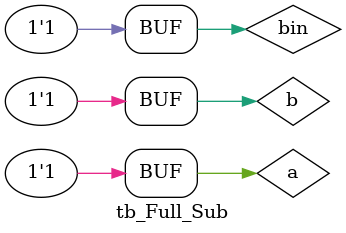
<source format=v>
`timescale 1ns / 1ps



module tb_Full_Sub;

	// Inputs
	reg a;
	reg b;
	reg bin;

	// Outputs
	wire diff;
	wire bout;

	// Instantiate the Unit Under Test (UUT)
	Full_Adder uut (
		.a(a), 
		.b(b), 
		.bin(bin), 
		.diff(diff), 
		.bout(bout)
	);

	initial begin
		// Initialize Inputs
		a = 0;
		b = 0;
		bin = 0;

		// Wait 100 ns for global reset to finish
		#100; a=0;b=0;bin=1;
		#100; a=0;b=1;bin=0;
		#100; a=0;b=1;bin=1;
		#100; a=1;b=0;bin=0;
		#100; a=1;b=0;bin=1;
		#100; a=1;b=1;bin=0;
		#100; a=1;b=1;bin=1;
        
		// Add stimulus here

	end
      
endmodule


</source>
